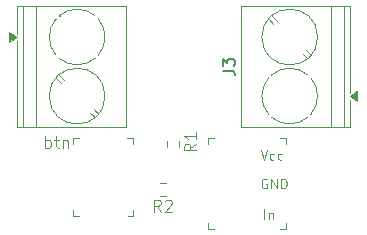
<source format=gbr>
%TF.GenerationSoftware,KiCad,Pcbnew,9.0.0-1.fc41*%
%TF.CreationDate,2025-04-21T01:51:51+02:00*%
%TF.ProjectId,relay_board,72656c61-795f-4626-9f61-72642e6b6963,rev?*%
%TF.SameCoordinates,Original*%
%TF.FileFunction,Legend,Top*%
%TF.FilePolarity,Positive*%
%FSLAX46Y46*%
G04 Gerber Fmt 4.6, Leading zero omitted, Abs format (unit mm)*
G04 Created by KiCad (PCBNEW 9.0.0-1.fc41) date 2025-04-21 01:51:51*
%MOMM*%
%LPD*%
G01*
G04 APERTURE LIST*
%ADD10C,0.100000*%
%ADD11C,0.150000*%
%ADD12C,0.120000*%
G04 APERTURE END LIST*
D10*
X154856265Y-87696895D02*
X154856265Y-86896895D01*
X155237217Y-87163561D02*
X155237217Y-87696895D01*
X155237217Y-87239752D02*
X155275312Y-87201657D01*
X155275312Y-87201657D02*
X155351502Y-87163561D01*
X155351502Y-87163561D02*
X155465788Y-87163561D01*
X155465788Y-87163561D02*
X155541979Y-87201657D01*
X155541979Y-87201657D02*
X155580074Y-87277847D01*
X155580074Y-87277847D02*
X155580074Y-87696895D01*
X155075312Y-84334990D02*
X154999122Y-84296895D01*
X154999122Y-84296895D02*
X154884836Y-84296895D01*
X154884836Y-84296895D02*
X154770550Y-84334990D01*
X154770550Y-84334990D02*
X154694360Y-84411180D01*
X154694360Y-84411180D02*
X154656265Y-84487371D01*
X154656265Y-84487371D02*
X154618169Y-84639752D01*
X154618169Y-84639752D02*
X154618169Y-84754038D01*
X154618169Y-84754038D02*
X154656265Y-84906419D01*
X154656265Y-84906419D02*
X154694360Y-84982609D01*
X154694360Y-84982609D02*
X154770550Y-85058800D01*
X154770550Y-85058800D02*
X154884836Y-85096895D01*
X154884836Y-85096895D02*
X154961027Y-85096895D01*
X154961027Y-85096895D02*
X155075312Y-85058800D01*
X155075312Y-85058800D02*
X155113408Y-85020704D01*
X155113408Y-85020704D02*
X155113408Y-84754038D01*
X155113408Y-84754038D02*
X154961027Y-84754038D01*
X155456265Y-85096895D02*
X155456265Y-84296895D01*
X155456265Y-84296895D02*
X155913408Y-85096895D01*
X155913408Y-85096895D02*
X155913408Y-84296895D01*
X156294360Y-85096895D02*
X156294360Y-84296895D01*
X156294360Y-84296895D02*
X156484836Y-84296895D01*
X156484836Y-84296895D02*
X156599122Y-84334990D01*
X156599122Y-84334990D02*
X156675312Y-84411180D01*
X156675312Y-84411180D02*
X156713407Y-84487371D01*
X156713407Y-84487371D02*
X156751503Y-84639752D01*
X156751503Y-84639752D02*
X156751503Y-84754038D01*
X156751503Y-84754038D02*
X156713407Y-84906419D01*
X156713407Y-84906419D02*
X156675312Y-84982609D01*
X156675312Y-84982609D02*
X156599122Y-85058800D01*
X156599122Y-85058800D02*
X156484836Y-85096895D01*
X156484836Y-85096895D02*
X156294360Y-85096895D01*
X154541979Y-81896895D02*
X154808646Y-82696895D01*
X154808646Y-82696895D02*
X155075312Y-81896895D01*
X155684836Y-82658800D02*
X155608645Y-82696895D01*
X155608645Y-82696895D02*
X155456264Y-82696895D01*
X155456264Y-82696895D02*
X155380074Y-82658800D01*
X155380074Y-82658800D02*
X155341979Y-82620704D01*
X155341979Y-82620704D02*
X155303883Y-82544514D01*
X155303883Y-82544514D02*
X155303883Y-82315942D01*
X155303883Y-82315942D02*
X155341979Y-82239752D01*
X155341979Y-82239752D02*
X155380074Y-82201657D01*
X155380074Y-82201657D02*
X155456264Y-82163561D01*
X155456264Y-82163561D02*
X155608645Y-82163561D01*
X155608645Y-82163561D02*
X155684836Y-82201657D01*
X156370550Y-82658800D02*
X156294359Y-82696895D01*
X156294359Y-82696895D02*
X156141978Y-82696895D01*
X156141978Y-82696895D02*
X156065788Y-82658800D01*
X156065788Y-82658800D02*
X156027693Y-82620704D01*
X156027693Y-82620704D02*
X155989597Y-82544514D01*
X155989597Y-82544514D02*
X155989597Y-82315942D01*
X155989597Y-82315942D02*
X156027693Y-82239752D01*
X156027693Y-82239752D02*
X156065788Y-82201657D01*
X156065788Y-82201657D02*
X156141978Y-82163561D01*
X156141978Y-82163561D02*
X156294359Y-82163561D01*
X156294359Y-82163561D02*
X156370550Y-82201657D01*
X146075312Y-87072419D02*
X145741979Y-86596228D01*
X145503884Y-87072419D02*
X145503884Y-86072419D01*
X145503884Y-86072419D02*
X145884836Y-86072419D01*
X145884836Y-86072419D02*
X145980074Y-86120038D01*
X145980074Y-86120038D02*
X146027693Y-86167657D01*
X146027693Y-86167657D02*
X146075312Y-86262895D01*
X146075312Y-86262895D02*
X146075312Y-86405752D01*
X146075312Y-86405752D02*
X146027693Y-86500990D01*
X146027693Y-86500990D02*
X145980074Y-86548609D01*
X145980074Y-86548609D02*
X145884836Y-86596228D01*
X145884836Y-86596228D02*
X145503884Y-86596228D01*
X146456265Y-86167657D02*
X146503884Y-86120038D01*
X146503884Y-86120038D02*
X146599122Y-86072419D01*
X146599122Y-86072419D02*
X146837217Y-86072419D01*
X146837217Y-86072419D02*
X146932455Y-86120038D01*
X146932455Y-86120038D02*
X146980074Y-86167657D01*
X146980074Y-86167657D02*
X147027693Y-86262895D01*
X147027693Y-86262895D02*
X147027693Y-86358133D01*
X147027693Y-86358133D02*
X146980074Y-86500990D01*
X146980074Y-86500990D02*
X146408646Y-87072419D01*
X146408646Y-87072419D02*
X147027693Y-87072419D01*
X149072419Y-81324687D02*
X148596228Y-81658020D01*
X149072419Y-81896115D02*
X148072419Y-81896115D01*
X148072419Y-81896115D02*
X148072419Y-81515163D01*
X148072419Y-81515163D02*
X148120038Y-81419925D01*
X148120038Y-81419925D02*
X148167657Y-81372306D01*
X148167657Y-81372306D02*
X148262895Y-81324687D01*
X148262895Y-81324687D02*
X148405752Y-81324687D01*
X148405752Y-81324687D02*
X148500990Y-81372306D01*
X148500990Y-81372306D02*
X148548609Y-81419925D01*
X148548609Y-81419925D02*
X148596228Y-81515163D01*
X148596228Y-81515163D02*
X148596228Y-81896115D01*
X149072419Y-80372306D02*
X149072419Y-80943734D01*
X149072419Y-80658020D02*
X148072419Y-80658020D01*
X148072419Y-80658020D02*
X148215276Y-80753258D01*
X148215276Y-80753258D02*
X148310514Y-80848496D01*
X148310514Y-80848496D02*
X148358133Y-80943734D01*
X136303884Y-81672419D02*
X136303884Y-80672419D01*
X136303884Y-81053371D02*
X136399122Y-81005752D01*
X136399122Y-81005752D02*
X136589598Y-81005752D01*
X136589598Y-81005752D02*
X136684836Y-81053371D01*
X136684836Y-81053371D02*
X136732455Y-81100990D01*
X136732455Y-81100990D02*
X136780074Y-81196228D01*
X136780074Y-81196228D02*
X136780074Y-81481942D01*
X136780074Y-81481942D02*
X136732455Y-81577180D01*
X136732455Y-81577180D02*
X136684836Y-81624800D01*
X136684836Y-81624800D02*
X136589598Y-81672419D01*
X136589598Y-81672419D02*
X136399122Y-81672419D01*
X136399122Y-81672419D02*
X136303884Y-81624800D01*
X137065789Y-81005752D02*
X137446741Y-81005752D01*
X137208646Y-80672419D02*
X137208646Y-81529561D01*
X137208646Y-81529561D02*
X137256265Y-81624800D01*
X137256265Y-81624800D02*
X137351503Y-81672419D01*
X137351503Y-81672419D02*
X137446741Y-81672419D01*
X137780075Y-81005752D02*
X137780075Y-81672419D01*
X137780075Y-81100990D02*
X137827694Y-81053371D01*
X137827694Y-81053371D02*
X137922932Y-81005752D01*
X137922932Y-81005752D02*
X138065789Y-81005752D01*
X138065789Y-81005752D02*
X138161027Y-81053371D01*
X138161027Y-81053371D02*
X138208646Y-81148609D01*
X138208646Y-81148609D02*
X138208646Y-81672419D01*
D11*
X151334819Y-75133333D02*
X152049104Y-75133333D01*
X152049104Y-75133333D02*
X152191961Y-75180952D01*
X152191961Y-75180952D02*
X152287200Y-75276190D01*
X152287200Y-75276190D02*
X152334819Y-75419047D01*
X152334819Y-75419047D02*
X152334819Y-75514285D01*
X151334819Y-74752380D02*
X151334819Y-74133333D01*
X151334819Y-74133333D02*
X151715771Y-74466666D01*
X151715771Y-74466666D02*
X151715771Y-74323809D01*
X151715771Y-74323809D02*
X151763390Y-74228571D01*
X151763390Y-74228571D02*
X151811009Y-74180952D01*
X151811009Y-74180952D02*
X151906247Y-74133333D01*
X151906247Y-74133333D02*
X152144342Y-74133333D01*
X152144342Y-74133333D02*
X152239580Y-74180952D01*
X152239580Y-74180952D02*
X152287200Y-74228571D01*
X152287200Y-74228571D02*
X152334819Y-74323809D01*
X152334819Y-74323809D02*
X152334819Y-74609523D01*
X152334819Y-74609523D02*
X152287200Y-74704761D01*
X152287200Y-74704761D02*
X152239580Y-74752380D01*
D10*
%TO.C,J2*%
X150057500Y-88535000D02*
X150057500Y-88035000D01*
X150057500Y-88535000D02*
X150557500Y-88535000D01*
X150067500Y-80865000D02*
X150067500Y-81365000D01*
X150067500Y-80865000D02*
X150567500Y-80865000D01*
X156647500Y-80865000D02*
X156147500Y-80865000D01*
X156647500Y-80865000D02*
X156647500Y-81365000D01*
X156657500Y-88535000D02*
X156157500Y-88535000D01*
X156657500Y-88535000D02*
X156657500Y-88035000D01*
D12*
%TO.C,R2*%
X146499724Y-84677500D02*
X145990276Y-84677500D01*
X146499724Y-85722500D02*
X145990276Y-85722500D01*
%TO.C,J3*%
X152880000Y-69680000D02*
X162120000Y-69680000D01*
X152880000Y-79920000D02*
X152880000Y-69680000D01*
X152880000Y-79920000D02*
X162120000Y-79920000D01*
X155210000Y-70798000D02*
X155606000Y-71194000D01*
X155498000Y-70510000D02*
X155894000Y-70906000D01*
X158106000Y-73695000D02*
X158502000Y-74090000D01*
X158394000Y-73407000D02*
X158790000Y-73802000D01*
X158491000Y-79080000D02*
X158502000Y-79090000D01*
X158780000Y-78793000D02*
X158790000Y-78802000D01*
X160500000Y-79920000D02*
X160500000Y-69680000D01*
X161600000Y-79920000D02*
X161600000Y-69680000D01*
X162120000Y-77000000D02*
X162120000Y-69680000D01*
X162120000Y-79920000D02*
X162120000Y-77600000D01*
X155220000Y-78850000D02*
G75*
G02*
X155219585Y-75750477I1780001J1550000D01*
G01*
X155450000Y-75520000D02*
G75*
G02*
X158549523Y-75519585I1550000J-1780001D01*
G01*
X158550000Y-79080000D02*
G75*
G02*
X155450477Y-79080415I-1550000J1780000D01*
G01*
X158780000Y-75750000D02*
G75*
G02*
X158780415Y-78849523I-1780000J-1550000D01*
G01*
X159360000Y-72300000D02*
G75*
G02*
X154640000Y-72300000I-2360000J0D01*
G01*
X154640000Y-72300000D02*
G75*
G02*
X159360000Y-72300000I2360000J0D01*
G01*
X162730000Y-77740000D02*
X162120000Y-77300000D01*
X162730000Y-76860000D01*
X162730000Y-77740000D01*
G36*
X162730000Y-77740000D02*
G01*
X162120000Y-77300000D01*
X162730000Y-76860000D01*
X162730000Y-77740000D01*
G37*
%TO.C,J1*%
X133880000Y-69680000D02*
X133880000Y-72000000D01*
X133880000Y-72600000D02*
X133880000Y-79920000D01*
X134400000Y-69680000D02*
X134400000Y-79920000D01*
X135500000Y-69680000D02*
X135500000Y-79920000D01*
X137220000Y-70807000D02*
X137210000Y-70798000D01*
X137509000Y-70520000D02*
X137498000Y-70510000D01*
X137606000Y-76193000D02*
X137210000Y-75798000D01*
X137894000Y-75905000D02*
X137498000Y-75510000D01*
X140502000Y-79090000D02*
X140106000Y-78694000D01*
X140790000Y-78802000D02*
X140394000Y-78406000D01*
X143120000Y-69680000D02*
X133880000Y-69680000D01*
X143120000Y-69680000D02*
X143120000Y-79920000D01*
X143120000Y-79920000D02*
X133880000Y-79920000D01*
X137220000Y-73850000D02*
G75*
G02*
X137219585Y-70750477I1780000J1550000D01*
G01*
X137450000Y-70520000D02*
G75*
G02*
X140549523Y-70519585I1550000J-1780000D01*
G01*
X140550000Y-74080000D02*
G75*
G02*
X137450477Y-74080415I-1550000J1780001D01*
G01*
X140780000Y-70750000D02*
G75*
G02*
X140780415Y-73849523I-1780001J-1550000D01*
G01*
X141360000Y-77300000D02*
G75*
G02*
X136640000Y-77300000I-2360000J0D01*
G01*
X136640000Y-77300000D02*
G75*
G02*
X141360000Y-77300000I2360000J0D01*
G01*
X133880000Y-72300000D02*
X133270000Y-72740000D01*
X133270000Y-71860000D01*
X133880000Y-72300000D01*
G36*
X133880000Y-72300000D02*
G01*
X133270000Y-72740000D01*
X133270000Y-71860000D01*
X133880000Y-72300000D01*
G37*
D10*
%TO.C,SW1*%
X138617500Y-80825000D02*
X138617500Y-81325000D01*
X138617500Y-80825000D02*
X139117500Y-80825000D01*
X138617500Y-87425000D02*
X138617500Y-86925000D01*
X138617500Y-87425000D02*
X139117500Y-87425000D01*
X143757500Y-80845000D02*
X143257500Y-80845000D01*
X143757500Y-80845000D02*
X143757500Y-81345000D01*
X143767500Y-87415000D02*
X143267500Y-87415000D01*
X143767500Y-87415000D02*
X143767500Y-86915000D01*
D12*
%TO.C,R1*%
X146585000Y-81107776D02*
X146585000Y-81617224D01*
X147630000Y-81107776D02*
X147630000Y-81617224D01*
%TD*%
M02*

</source>
